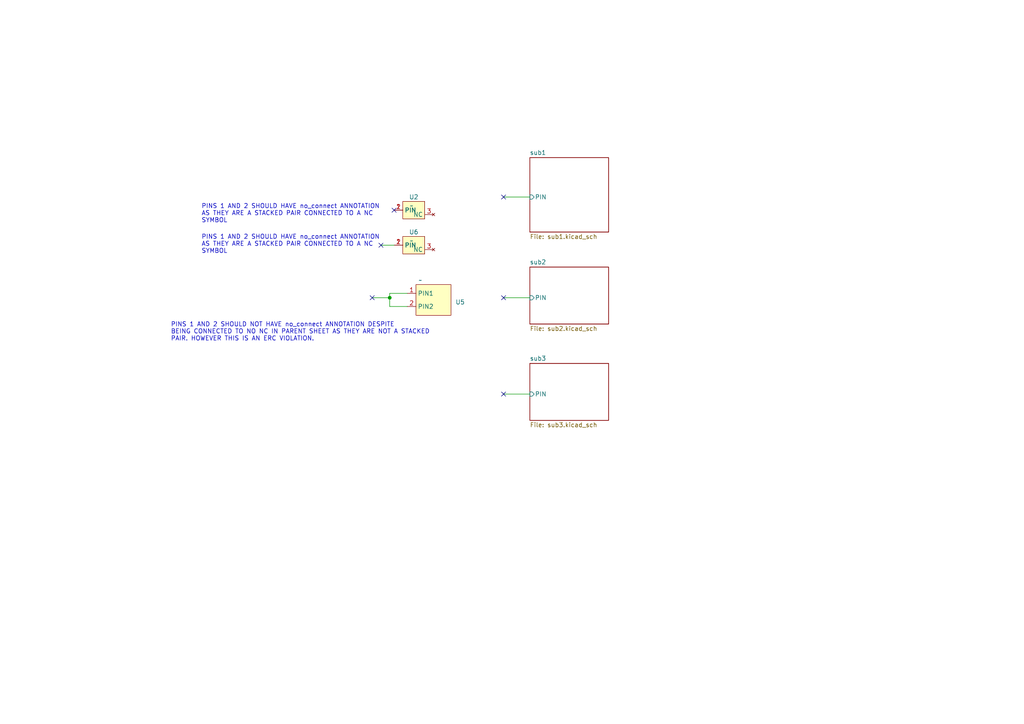
<source format=kicad_sch>
(kicad_sch (version 20230121) (generator eeschema)
  (paper "A4")
  (lib_symbols
    (symbol "TEST_LIB:TEST_DOUBLE"
      (property "Reference" "U" (at 0 0 0))
      (symbol "TEST_DOUBLE_0_1"
        (rectangle (start -1.27 -1.27) (end 8.89 -10.16) (fill (type background)))
      )
      (symbol "TEST_DOUBLE_1_1"
        (pin input line (at -3.81 -3.81 0) (length 2.54) (name "PIN1") (number "1"))
        (pin input line (at -3.81 -7.62 0) (length 2.54) (name "PIN2") (number "2"))
      )
    )
    (symbol "TEST_LIB:TEST_STACKED"
      (property "Reference" "U2" (at 0.635 2.54 0))
      (property "Value" "~" (at 0 0 0))
      (symbol "TEST_STACKED_0_1"
        (rectangle (start -2.54 1.27) (end 3.81 -3.81) (fill (type background)))
      )
      (symbol "TEST_STACKED_1_1"
        (pin passive line (at -5.08 -1.27 0) (length 2.54) (name "PIN") (number "1"))
        (pin passive line (at -5.08 -1.27 0) (length 2.54) (name "PIN") (number "2"))
        (pin no_connect line (at 6.35 -2.54 180) (length 2.54) (name "NC") (number "3"))
      )
    )
  )
  (junction (at 113.03 86.36))
  (no_connect (at 146.05 114.3))
  (no_connect (at 146.05 86.36))
  (no_connect (at 110.49 71.12))
  (no_connect (at 146.05 57.15))
  (no_connect (at 107.95 86.36))
  (no_connect (at 114.3 60.96))
  (wire (pts (xy 113.03 88.9) (xy 118.11 88.9)))
  (wire (pts (xy 153.67 57.15) (xy 146.05 57.15)))
  (wire (pts (xy 107.95 86.36) (xy 113.03 86.36)))
  (wire (pts (xy 113.03 86.36) (xy 113.03 88.9)))
  (wire (pts (xy 110.49 71.12) (xy 114.3 71.12)))
  (wire (pts (xy 118.11 85.09) (xy 113.03 85.09)))
  (wire (pts (xy 153.67 86.36) (xy 146.05 86.36)))
  (wire (pts (xy 113.03 85.09) (xy 113.03 86.36)))
  (wire (pts (xy 153.67 114.3) (xy 146.05 114.3)))
  (text "PINS 1 AND 2 SHOULD HAVE no_connect ANNOTATION\nAS THEY ARE A STACKED PAIR CONNECTED TO A NC\nSYMBOL" (at 58.42 73.66 0) (effects (font (size 1.27 1.27)) (justify left bottom)))
  (text "PINS 1 AND 2 SHOULD HAVE no_connect ANNOTATION\nAS THEY ARE A STACKED PAIR CONNECTED TO A NC\nSYMBOL" (at 58.42 64.77 0) (effects (font (size 1.27 1.27)) (justify left bottom)))
  (text "PINS 1 AND 2 SHOULD NOT HAVE no_connect ANNOTATION DESPITE\nBEING CONNECTED TO NO NC IN PARENT SHEET AS THEY ARE NOT A STACKED\nPAIR. HOWEVER THIS IS AN ERC VIOLATION." (at 49.53 99.06 0) (effects (font (size 1.27 1.27)) (justify left bottom)))
  (symbol (lib_id "TEST_LIB:TEST_DOUBLE") (at 121.92 81.28 0) (unit 1)
    (property "Reference" "U5" (at 132.08 87.63 0) (effects (justify left)))
    (property "Value" "~" (at 121.92 81.28 0))
  )
  (symbol (lib_id "TEST_LIB:TEST_STACKED") (at 119.38 69.85 0) (unit 1)
    (property "Reference" "U6" (at 120.015 67.31 0))
    (property "Value" "~" (at 119.38 69.85 0))
  )
  (symbol (lib_id "TEST_LIB:TEST_STACKED") (at 119.38 59.69 0) (unit 1)
    (property "Reference" "U2" (at 120.015 57.15 0))
    (property "Value" "~" (at 119.38 59.69 0))
  )
  (sheet (at 153.67 105.41) (size 22.86 16.51) (stroke (width 0.1524))
    (property "Sheetname" "sub3" (at 153.67 104.6984 0) (effects (justify left bottom)))
    (property "Sheetfile" "sub3.kicad_sch" (at 153.67 122.5046 0) (effects (justify left top)))
    (pin "PIN" input (at 153.67 114.3 180))
  )
  (sheet (at 153.67 77.47) (size 22.86 16.51) (stroke (width 0.1524))
    (property "Sheetname" "sub2" (at 153.67 76.7584 0) (effects (justify left bottom)))
    (property "Sheetfile" "sub2.kicad_sch" (at 153.67 94.5646 0) (effects (justify left top)))
    (pin "PIN" input (at 153.67 86.36 180))
  )
  (sheet (at 153.67 45.72) (size 22.86 21.59) (stroke (width 0.1524))
    (property "Sheetname" "sub1" (at 153.67 45.0084 0) (effects (justify left bottom)))
    (property "Sheetfile" "sub1.kicad_sch" (at 153.67 67.8946 0) (effects (justify left top)))
    (pin "PIN" input (at 153.67 57.15 180))
  )
)
</source>
